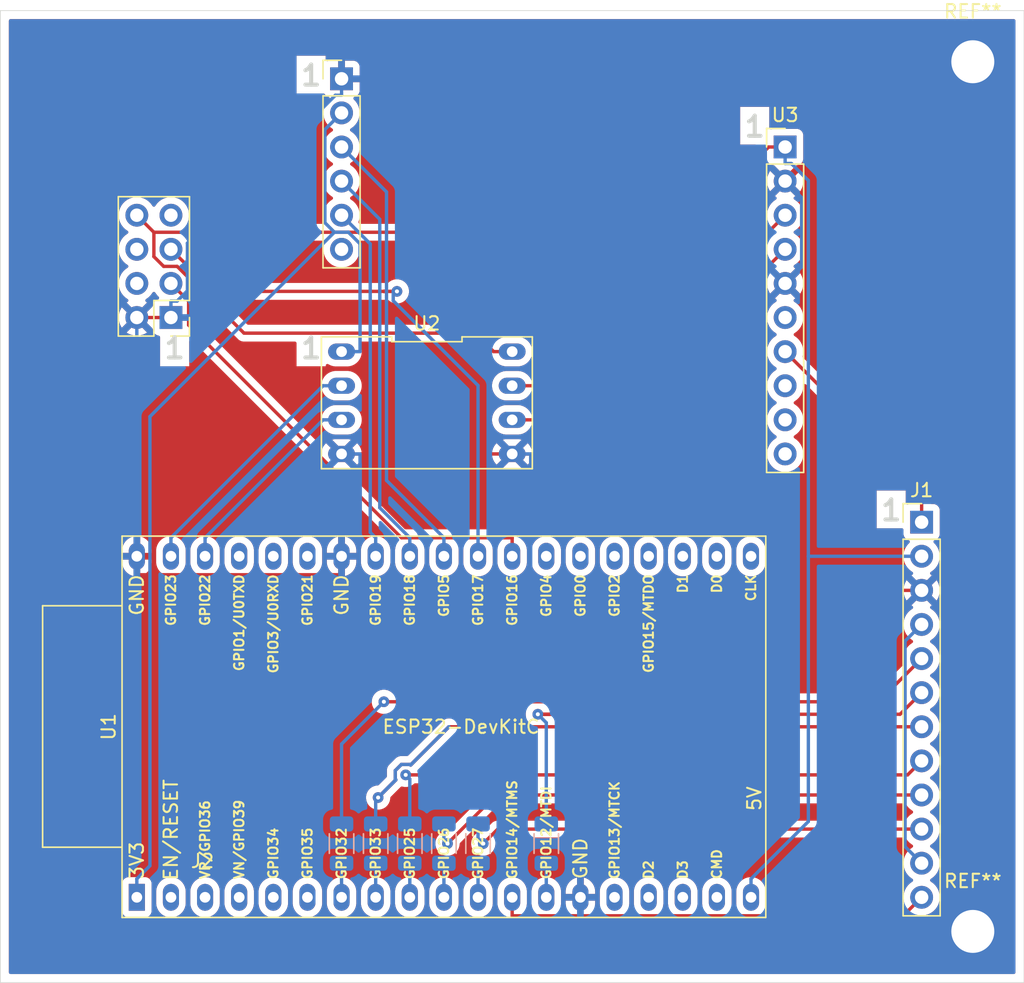
<source format=kicad_pcb>
(kicad_pcb (version 20241229) (generator "pcbnew") (generator_version "9.0")
  (layers (0 "F.Cu" signal) (2 "B.Cu" signal) (13 "F.Paste" user) (15 "B.Paste" user) (5 "F.SilkS" user "F.Silkscreen") (7 "B.SilkS" user "B.Silkscreen") (1 "F.Mask" user) (3 "B.Mask" user) (25 "Edge.Cuts" user))
  (net 0 "")
  (net 1 "GND")
  (net 2 "FAN230V_SLOW")
  (net 3 "HEATER")
  (net 4 "NC")
  (net 5 "MOTOR230V")
  (net 6 "VCC")
  (net 7 "LAMP230V")
  (net 8 "DOOR")
  (net 9 "INT_TEMPSENSOR")
  (net 10 "FAN230V")
  (net 11 "FAN12V")
  (net 12 "TX2")
  (net 13 "RX2")
  (net 14 "CS")
  (net 16 "SCK")
  (net 17 "SO")
  (net 18 "Net-(U1-32K_XP{slash}GPIO32{slash}ADC1_CH4)")
  (net 19 "Net-(U1-32K_XN{slash}GPIO33{slash}ADC1_CH5)")
  (net 20 "Net-(U1-MTDI{slash}GPIO12{slash}ADC2_CH5)")
  (net 21 "Net-(U1-DAC_1{slash}ADC2_CH8{slash}GPIO25)")
  (net 22 "Net-(U1-DAC_2{slash}ADC2_CH9{slash}GPIO26)")
  (net 23 "Net-(U1-ADC2_CH7{slash}GPIO27)")
  (net 45 "SDA_H")
  (net 46 "SCL_H")
  (net 47 "SDA_L")
  (net 48 "SCL_L")
  (net 49 "VDD")
  (footprint "Connector_PinHeader_2.54mm:PinHeader_1x06_P2.54mm_Vertical" (layer "F.Cu") (at 101.6 66.04)
    (property "Reference" "J3" (hide yes))
    (property "Value" "MAX6675")
    (fp_line (start -1.38 -1.38) (end 0 -1.38) (stroke (width 0.12)) (layer "F.SilkS"))
    (fp_line (start -1.38 0) (end -1.38 -1.38) (stroke (width 0.12)) (layer "F.SilkS"))
    (fp_line (start -1.38 1.27) (end -1.38 14.08) (stroke (width 0.12)) (layer "F.SilkS"))
    (fp_line (start -1.38 1.27) (end 1.38 1.27) (stroke (width 0.12)) (layer "F.SilkS"))
    (fp_line (start -1.38 14.08) (end 1.38 14.08) (stroke (width 0.12)) (layer "F.SilkS"))
    (fp_line (start 1.38 1.27) (end 1.38 14.08) (stroke (width 0.12)) (layer "F.SilkS"))
    (pad "1" thru_hole rect (at 0 0) (size 1.7 1.7) (drill 1) (layers "*.Cu" "*.Mask") (net 1 "GND"))
    (pad "2" thru_hole circle (at 0 2.54) (size 1.7 1.7) (drill 1) (layers "*.Cu" "*.Mask") (net 49 "VDD"))
    (pad "3" thru_hole circle (at 0 5.08) (size 1.7 1.7) (drill 1) (layers "*.Cu" "*.Mask") (net 14 "CS"))
    (pad "4" thru_hole circle (at 0 7.62) (size 1.7 1.7) (drill 1) (layers "*.Cu" "*.Mask") (net 16 "SCK"))
    (pad "5" thru_hole circle (at 0 10.16) (size 1.7 1.7) (drill 1) (layers "*.Cu" "*.Mask") (net 17 "SO"))
    (pad "6" thru_hole circle (at 0 12.7) (size 1.7 1.7) (drill 1) (layers "*.Cu" "*.Mask"))
  )
  (footprint "Connector_PinHeader_2.54mm:PinHeader_2x04_P2.54mm_Vertical" (layer "F.Cu") (at 88.9 83.82 180)
    (property "Reference" "J2" (at -2.3475 -40.48 0) (layer "F.SilkS"))
    (property "Value" "Conn_ESP32-S3")
    (fp_line (start 3.92 -1.38) (end 3.92 9) (stroke (width 0.12)) (layer "F.SilkS"))
    (fp_line (start 1.27 1.27) (end 1.27 -1.38) (stroke (width 0.12)) (layer "F.SilkS"))
    (fp_line (start 1.27 -1.38) (end 3.92 -1.38) (stroke (width 0.12)) (layer "F.SilkS"))
    (fp_line (start -1.38 9) (end 3.92 9) (stroke (width 0.12)) (layer "F.SilkS"))
    (fp_line (start -1.38 1.27) (end 1.27 1.27) (stroke (width 0.12)) (layer "F.SilkS"))
    (fp_line (start -1.38 1.27) (end -1.38 9) (stroke (width 0.12)) (layer "F.SilkS"))
    (fp_line (start -1.38 0) (end -1.38 -1.38) (stroke (width 0.12)) (layer "F.SilkS"))
    (fp_line (start -1.38 -1.38) (end 0 -1.38) (stroke (width 0.12)) (layer "F.SilkS"))
    (pad "1" thru_hole rect (at 0 0 180) (size 1.7 1.7) (drill 1) (layers "*.Cu" "*.Mask") (net 1 "GND"))
    (pad "2" thru_hole circle (at 2.54 0 180) (size 1.7 1.7) (drill 1) (layers "*.Cu" "*.Mask") (net 1 "GND"))
    (pad "3" thru_hole circle (at 0 2.54 180) (size 1.7 1.7) (drill 1) (layers "*.Cu" "*.Mask") (net 13 "RX2"))
    (pad "4" thru_hole circle (at 2.54 2.54 180) (size 1.7 1.7) (drill 1) (layers "*.Cu" "*.Mask"))
    (pad "5" thru_hole circle (at 0 5.08 180) (size 1.7 1.7) (drill 1) (layers "*.Cu" "*.Mask") (net 12 "TX2"))
    (pad "6" thru_hole circle (at 2.54 5.08 180) (size 1.7 1.7) (drill 1) (layers "*.Cu" "*.Mask"))
    (pad "7" thru_hole circle (at 0 7.62 180) (size 1.7 1.7) (drill 1) (layers "*.Cu" "*.Mask"))
    (pad "8" thru_hole circle (at 2.54 7.62 180) (size 1.7 1.7) (drill 1) (layers "*.Cu" "*.Mask") (net 6 "VCC"))
  )
  (footprint "MountingHole:MountingHole_3.2mm_M3_DIN965_Pad" (layer "F.Cu") (at 148.59 129.54)
    (property "Reference" "REF**" (at 0 -3.75 0) (layer "F.SilkS"))
    (property "Value" "M3_3.2mm")
    (pad "1" thru_hole circle (at 0 0) (size 5.6 5.6) (drill 3.2) (layers "*.Cu" "*.Mask") (net 1 "GND"))
  )
  (footprint "PCM_Espressif:ESP32-DevKitC" (layer "F.Cu") (at 86.36 127 90)
    (property "Reference" "U1" (at 12.7 -2.1 90) (layer "F.SilkS"))
    (property "Value" "ESP32-DevKitC" (at 12.7 24.13 0) (layer "F.SilkS"))
    (fp_line (start 21.71332 -7.01312) (end 21.71332 -1.12032) (stroke (width 0.12)) (layer "F.SilkS"))
    (fp_line (start 3.73012 -7.01312) (end 21.71332 -7.01312) (stroke (width 0.12)) (layer "F.SilkS"))
    (fp_line (start 3.73012 -1.12032) (end 3.73012 -7.01312) (stroke (width 0.12)) (layer "F.SilkS"))
    (fp_line (start 26.9 -1.1) (end -1.499999 -1.1) (stroke (width 0.12)) (layer "F.SilkS"))
    (fp_line (start -1.499999 -1.1) (end -1.5 46.82) (stroke (width 0.12)) (layer "F.SilkS"))
    (fp_line (start 26.899999 46.82) (end 26.9 -1.1) (stroke (width 0.12)) (layer "F.SilkS"))
    (fp_line (start -1.5 46.82) (end 26.899999 46.82) (stroke (width 0.12)) (layer "F.SilkS"))
    (fp_text user "GPIO18" (at 24.13 20.32 90) (layer "F.SilkS") (effects (font (size 0.7 0.7)) (justify right)))
    (fp_text user "GPIO22" (at 24.13 5.08 90) (layer "F.SilkS") (effects (font (size 0.7 0.7)) (justify right)))
    (fp_text user "GPIO12/MTDI" (at 1.27 30.48 90) (layer "F.SilkS") (effects (font (size 0.7 0.7)) (justify left)))
    (fp_text user "GPIO5" (at 24.13 22.86 90) (layer "F.SilkS") (effects (font (size 0.7 0.7)) (justify right)))
    (fp_text user "D2" (at 1.27 38.1 90) (layer "F.SilkS") (effects (font (size 0.7 0.7)) (justify left)))
    (fp_text user "3V3" (at 1.27 0 90) (layer "F.SilkS") (effects (justify left)))
    (fp_text user "GPIO35" (at 1.27 12.7 90) (layer "F.SilkS") (effects (font (size 0.7 0.7)) (justify left)))
    (fp_text user "GPIO25" (at 1.27 20.32 90) (layer "F.SilkS") (effects (font (size 0.7 0.7)) (justify left)))
    (fp_text user "GND" (at 24.13 0 90) (layer "F.SilkS") (effects (justify right)))
    (fp_text user "CMD" (at 1.27 43.18 90) (layer "F.SilkS") (effects (font (size 0.7 0.7)) (justify left)))
    (fp_text user "VP/GPIO36" (at 1.27 5.08 90) (layer "F.SilkS") (effects (font (size 0.7 0.7)) (justify left)))
    (fp_text user "D1" (at 24.13 40.64 90) (layer "F.SilkS") (effects (font (size 0.7 0.7)) (justify right)))
    (fp_text user "GPIO4" (at 24.13 30.48 90) (layer "F.SilkS") (effects (font (size 0.7 0.7)) (justify right)))
    (fp_text user "GPIO2" (at 24.13 35.56 90) (layer "F.SilkS") (effects (font (size 0.7 0.7)) (justify right)))
    (fp_text user "GPIO21" (at 24.13 12.7 90) (layer "F.SilkS") (effects (font (size 0.7 0.7)) (justify right)))
    (fp_text user "GPIO14/MTMS" (at 1.27 27.94 90) (layer "F.SilkS") (effects (font (size 0.7 0.7)) (justify left)))
    (fp_text user "GPIO13/MTCK" (at 1.27 35.56 90) (layer "F.SilkS") (effects (font (size 0.7 0.7)) (justify left)))
    (fp_text user "CLK" (at 24.13 45.72 90) (layer "F.SilkS") (effects (font (size 0.7 0.7)) (justify right)))
    (fp_text user "GPIO1/U0TXD" (at 24.13 7.62 90) (layer "F.SilkS") (effects (font (size 0.7 0.7)) (justify right)))
    (fp_text user "D3" (at 1.27 40.64 90) (layer "F.SilkS") (effects (font (size 0.7 0.7)) (justify left)))
    (fp_text user "GPIO16" (at 24.13 27.94 90) (layer "F.SilkS") (effects (font (size 0.7 0.7)) (justify right)))
    (fp_text user "GND" (at 1.27 33.02 90) (layer "F.SilkS") (effects (justify left)))
    (fp_text user "EN/RESET" (at 8.88632 2.53728 90) (layer "F.SilkS") (effects (justify right)))
    (fp_text user "GND" (at 24.13 15.24 90) (layer "F.SilkS") (effects (justify right)))
    (fp_text user "GPIO3/U0RXD" (at 24.13 10.16 90) (layer "F.SilkS") (effects (font (size 0.7 0.7)) (justify right)))
    (fp_text user "D0" (at 24.13 43.18 90) (layer "F.SilkS") (effects (font (size 0.7 0.7)) (justify right)))
    (fp_text user "GPIO33" (at 1.27 17.78 90) (layer "F.SilkS") (effects (font (size 0.7 0.7)) (justify left)))
    (fp_text user "GPIO32" (at 1.27 15.24 90) (layer "F.SilkS") (effects (font (size 0.7 0.7)) (justify left)))
    (fp_text user "GPIO15/MTDO" (at 24.13 38.1 90) (layer "F.SilkS") (effects (font (size 0.7 0.7)) (justify right)))
    (fp_text user "VN/GPIO39" (at 1.27 7.62 90) (layer "F.SilkS") (effects (font (size 0.7 0.7)) (justify left)))
    (fp_text user "GPIO34" (at 1.27 10.16 90) (layer "F.SilkS") (effects (font (size 0.7 0.7)) (justify left)))
    (fp_text user "GPIO17" (at 24.13 25.4 90) (layer "F.SilkS") (effects (font (size 0.7 0.7)) (justify right)))
    (fp_text user "GPIO26" (at 1.27 22.86 90) (layer "F.SilkS") (effects (font (size 0.7 0.7)) (justify left)))
    (fp_text user "5V" (at 6.34632 45.97128 90) (layer "F.SilkS") (effects (justify left)))
    (fp_text user "GPIO0" (at 24.13 33.02 90) (layer "F.SilkS") (effects (font (size 0.7 0.7)) (justify right)))
    (fp_text user "GPIO19" (at 24.13 17.78 90) (layer "F.SilkS") (effects (font (size 0.7 0.7)) (justify right)))
    (fp_text user "GPIO23" (at 24.13 2.54 90) (layer "F.SilkS") (effects (font (size 0.7 0.7)) (justify right)))
    (fp_text user "GPIO27" (at 1.27 25.4 90) (layer "F.SilkS") (effects (font (size 0.7 0.7)) (justify left)))
    (pad "1" thru_hole rect (at 0 0) (size 1.2 2) (drill 0.8) (layers "*.Cu" "*.Mask") (net 49 "VDD"))
    (pad "2" thru_hole oval (at 0 2.54) (size 1.2 2) (drill 0.8) (layers "*.Cu" "*.Mask"))
    (pad "3" thru_hole oval (at 0 5.08) (size 1.2 2) (drill 0.8) (layers "*.Cu" "*.Mask"))
    (pad "4" thru_hole oval (at 0 7.62) (size 1.2 2) (drill 0.8) (layers "*.Cu" "*.Mask"))
    (pad "5" thru_hole oval (at 0 10.16) (size 1.2 2) (drill 0.8) (layers "*.Cu" "*.Mask"))
    (pad "6" thru_hole oval (at 0 12.7) (size 1.2 2) (drill 0.8) (layers "*.Cu" "*.Mask"))
    (pad "7" thru_hole oval (at 0 15.24) (size 1.2 2) (drill 0.8) (layers "*.Cu" "*.Mask") (net 18 "Net-(U1-32K_XP{slash}GPIO32{slash}ADC1_CH4)"))
    (pad "8" thru_hole oval (at 0 17.78) (size 1.2 2) (drill 0.8) (layers "*.Cu" "*.Mask") (net 19 "Net-(U1-32K_XN{slash}GPIO33{slash}ADC1_CH5)"))
    (pad "9" thru_hole oval (at 0 20.32) (size 1.2 2) (drill 0.8) (layers "*.Cu" "*.Mask") (net 21 "Net-(U1-DAC_1{slash}ADC2_CH8{slash}GPIO25)"))
    (pad "10" thru_hole oval (at 0 22.86) (size 1.2 2) (drill 0.8) (layers "*.Cu" "*.Mask") (net 22 "Net-(U1-DAC_2{slash}ADC2_CH9{slash}GPIO26)"))
    (pad "11" thru_hole oval (at 0 25.4) (size 1.2 2) (drill 0.8) (layers "*.Cu" "*.Mask") (net 23 "Net-(U1-ADC2_CH7{slash}GPIO27)"))
    (pad "12" thru_hole oval (at 0 27.94) (size 1.2 2) (drill 0.8) (layers "*.Cu" "*.Mask") (net 8 "DOOR"))
    (pad "13" thru_hole oval (at 0 30.48) (size 1.2 2) (drill 0.8) (layers "*.Cu" "*.Mask") (net 20 "Net-(U1-MTDI{slash}GPIO12{slash}ADC2_CH5)"))
    (pad "14" thru_hole oval (at 0 33.02) (size 1.2 2) (drill 0.8) (layers "*.Cu" "*.Mask") (net 1 "GND"))
    (pad "15" thru_hole oval (at 0 35.56) (size 1.2 2) (drill 0.8) (layers "*.Cu" "*.Mask"))
    (pad "16" thru_hole oval (at 0 38.1) (size 1.2 2) (drill 0.8) (layers "*.Cu" "*.Mask"))
    (pad "17" thru_hole oval (at 0 40.64) (size 1.2 2) (drill 0.8) (layers "*.Cu" "*.Mask"))
    (pad "18" thru_hole oval (at 0 43.18) (size 1.2 2) (drill 0.8) (layers "*.Cu" "*.Mask"))
    (pad "19" thru_hole oval (at 0 45.72) (size 1.2 2) (drill 0.8) (layers "*.Cu" "*.Mask") (net 6 "VCC"))
    (pad "20" thru_hole oval (at 25.39632 45.71728) (size 1.2 2) (drill 0.8) (layers "*.Cu" "*.Mask"))
    (pad "21" thru_hole oval (at 25.39632 43.17728) (size 1.2 2) (drill 0.8) (layers "*.Cu" "*.Mask"))
    (pad "22" thru_hole oval (at 25.4 40.64) (size 1.2 2) (drill 0.8) (layers "*.Cu" "*.Mask"))
    (pad "23" thru_hole oval (at 25.4 38.1) (size 1.2 2) (drill 0.8) (layers "*.Cu" "*.Mask"))
    (pad "24" thru_hole oval (at 25.4 35.56) (size 1.2 2) (drill 0.8) (layers "*.Cu" "*.Mask"))
    (pad "25" thru_hole oval (at 25.4 33.02) (size 1.2 2) (drill 0.8) (layers "*.Cu" "*.Mask"))
    (pad "26" thru_hole oval (at 25.4 30.48) (size 1.2 2) (drill 0.8) (layers "*.Cu" "*.Mask"))
    (pad "27" thru_hole oval (at 25.4 27.94) (size 1.2 2) (drill 0.8) (layers "*.Cu" "*.Mask") (net 13 "RX2"))
    (pad "28" thru_hole oval (at 25.4 25.4) (size 1.2 2) (drill 0.8) (layers "*.Cu" "*.Mask") (net 12 "TX2"))
    (pad "29" thru_hole oval (at 25.4 22.86) (size 1.2 2) (drill 0.8) (layers "*.Cu" "*.Mask") (net 14 "CS"))
    (pad "30" thru_hole oval (at 25.4 20.32) (size 1.2 2) (drill 0.8) (layers "*.Cu" "*.Mask") (net 16 "SCK"))
    (pad "31" thru_hole oval (at 25.4 17.78) (size 1.2 2) (drill 0.8) (layers "*.Cu" "*.Mask") (net 17 "SO"))
    (pad "32" thru_hole oval (at 25.4 15.24) (size 1.2 2) (drill 0.8) (layers "*.Cu" "*.Mask") (net 1 "GND"))
    (pad "33" thru_hole oval (at 25.4 12.7) (size 1.2 2) (drill 0.8) (layers "*.Cu" "*.Mask"))
    (pad "34" thru_hole oval (at 25.4 10.16) (size 1.2 2) (drill 0.8) (layers "*.Cu" "*.Mask"))
    (pad "35" thru_hole oval (at 25.4 7.62) (size 1.2 2) (drill 0.8) (layers "*.Cu" "*.Mask"))
    (pad "36" thru_hole oval (at 25.4 5.08) (size 1.2 2) (drill 0.8) (layers "*.Cu" "*.Mask") (net 47 "SDA_L"))
    (pad "37" thru_hole oval (at 25.4 2.54) (size 1.2 2) (drill 0.8) (layers "*.Cu" "*.Mask") (net 48 "SCL_L"))
    (pad "38" thru_hole oval (at 25.4 0) (size 1.2 2) (drill 0.8) (layers "*.Cu" "*.Mask") (net 1 "GND"))
  )
  (footprint "Connector_Pin:LevelShifter_8pin_12.7mm" (layer "F.Cu") (at 107.95 90.17 -90)
    (property "Reference" "U2" (at -5.91 0 0) (layer "F.SilkS"))
    (property "Value" "~")
    (fp_line (start -4.91 7.85) (end 4.909999 7.85) (stroke (width 0.12)) (layer "F.SilkS"))
    (fp_line (start 4.909999 7.85) (end 4.91 -7.85) (stroke (width 0.12)) (layer "F.SilkS"))
    (fp_line (start -4.91 2.616666) (end -4.91 7.85) (stroke (width 0.12)) (layer "F.SilkS"))
    (fp_line (start -4.55 2.616666) (end -4.91 2.616666) (stroke (width 0.12)) (layer "F.SilkS"))
    (fp_line (start -4.91 -2.616666) (end -4.55 -2.616666) (stroke (width 0.12)) (layer "F.SilkS"))
    (fp_line (start -4.55 -2.616666) (end -4.55 2.616666) (stroke (width 0.12)) (layer "F.SilkS"))
    (fp_line (start -4.909999 -7.85) (end -4.91 -2.616666) (stroke (width 0.12)) (layer "F.SilkS"))
    (fp_line (start 4.91 -7.85) (end -4.909999 -7.85) (stroke (width 0.12)) (layer "F.SilkS"))
    (pad "1" thru_hole oval (at -3.81 6.35 270) (size 1.2 2) (drill 0.8) (layers "*.Cu" "*.Mask") (net 49 "VDD"))
    (pad "2" thru_hole oval (at -1.27 6.35 270) (size 1.2 2) (drill 0.8) (layers "*.Cu" "*.Mask") (net 48 "SCL_L"))
    (pad "3" thru_hole oval (at 1.27 6.35 270) (size 1.2 2) (drill 0.8) (layers "*.Cu" "*.Mask") (net 47 "SDA_L"))
    (pad "4" thru_hole oval (at 3.81 6.35 270) (size 1.2 2) (drill 0.8) (layers "*.Cu" "*.Mask") (net 1 "GND"))
    (pad "5" thru_hole oval (at 3.81 -6.35 270) (size 1.2 2) (drill 0.8) (layers "*.Cu" "*.Mask") (net 1 "GND"))
    (pad "6" thru_hole oval (at 1.27 -6.35 270) (size 1.2 2) (drill 0.8) (layers "*.Cu" "*.Mask") (net 45 "SDA_H"))
    (pad "7" thru_hole oval (at -1.27 -6.35 270) (size 1.2 2) (drill 0.8) (layers "*.Cu" "*.Mask") (net 46 "SCL_H"))
    (pad "8" thru_hole oval (at -3.81 -6.35 270) (size 1.2 2) (drill 0.8) (layers "*.Cu" "*.Mask") (net 6 "VCC"))
  )
  (footprint "Connector_PinHeader_2.54mm:PinHeader_1x10_P2.54mm_Vertical" (layer "F.Cu") (at 134.62 71.12)
    (property "Reference" "U3" (at 0 -2.38 0) (layer "F.SilkS"))
    (property "Value" "ADC1115_Shield")
    (fp_line (start -1.38 -1.38) (end 0 -1.38) (stroke (width 0.12)) (layer "F.SilkS"))
    (fp_line (start -1.38 0) (end -1.38 -1.38) (stroke (width 0.12)) (layer "F.SilkS"))
    (fp_line (start -1.38 1.27) (end -1.38 24.24) (stroke (width 0.12)) (layer "F.SilkS"))
    (fp_line (start -1.38 1.27) (end 1.38 1.27) (stroke (width 0.12)) (layer "F.SilkS"))
    (fp_line (start -1.38 24.24) (end 1.38 24.24) (stroke (width 0.12)) (layer "F.SilkS"))
    (fp_line (start 1.38 1.27) (end 1.38 24.24) (stroke (width 0.12)) (layer "F.SilkS"))
    (pad "1" thru_hole rect (at 0 0) (size 1.7 1.7) (drill 1) (layers "*.Cu" "*.Mask") (net 6 "VCC"))
    (pad "2" thru_hole circle (at 0 2.54) (size 1.7 1.7) (drill 1) (layers "*.Cu" "*.Mask") (net 1 "GND"))
    (pad "3" thru_hole circle (at 0 5.08) (size 1.7 1.7) (drill 1) (layers "*.Cu" "*.Mask") (net 46 "SCL_H"))
    (pad "4" thru_hole circle (at 0 7.62) (size 1.7 1.7) (drill 1) (layers "*.Cu" "*.Mask") (net 45 "SDA_H"))
    (pad "5" thru_hole circle (at 0 10.16) (size 1.7 1.7) (drill 1) (layers "*.Cu" "*.Mask") (net 1 "GND"))
    (pad "6" thru_hole circle (at 0 12.7) (size 1.7 1.7) (drill 1) (layers "*.Cu" "*.Mask"))
    (pad "7" thru_hole circle (at 0 15.24) (size 1.7 1.7) (drill 1) (layers "*.Cu" "*.Mask") (net 9 "INT_TEMPSENSOR"))
    (pad "8" thru_hole circle (at 0 17.78) (size 1.7 1.7) (drill 1) (layers "*.Cu" "*.Mask"))
    (pad "9" thru_hole circle (at 0 20.32) (size 1.7 1.7) (drill 1) (layers "*.Cu" "*.Mask"))
    (pad "10" thru_hole circle (at 0 22.86) (size 1.7 1.7) (drill 1) (layers "*.Cu" "*.Mask"))
  )
  (footprint "MountingHole:MountingHole_3.2mm_M3_DIN965_Pad" (layer "F.Cu") (at 148.59 64.77)
    (property "Reference" "REF**" (at 0 -3.75 0) (layer "F.SilkS"))
    (property "Value" "M3_3.2mm")
    (pad "1" thru_hole circle (at 0 0) (size 5.6 5.6) (drill 3.2) (layers "*.Cu" "*.Mask") (net 1 "GND"))
  )
  (footprint "Connector_PinHeader_2.54mm:PinHeader_1x12_P2.54mm_Vertical" (layer "F.Cu") (at 144.78 99.06)
    (property "Reference" "J1" (at 0 -2.38 0) (layer "F.SilkS"))
    (property "Value" "Board-Connector 12Pin")
    (fp_line (start -1.38 -1.38) (end 0 -1.38) (stroke (width 0.12)) (layer "F.SilkS"))
    (fp_line (start -1.38 0) (end -1.38 -1.38) (stroke (width 0.12)) (layer "F.SilkS"))
    (fp_line (start -1.38 1.27) (end -1.38 29.32) (stroke (width 0.12)) (layer "F.SilkS"))
    (fp_line (start -1.38 1.27) (end 1.38 1.27) (stroke (width 0.12)) (layer "F.SilkS"))
    (fp_line (start -1.38 29.32) (end 1.38 29.32) (stroke (width 0.12)) (layer "F.SilkS"))
    (fp_line (start 1.38 1.27) (end 1.38 29.32) (stroke (width 0.12)) (layer "F.SilkS"))
    (pad "1" thru_hole rect (at 0 0) (size 1.7 1.7) (drill 1) (layers "*.Cu" "*.Mask") (net 9 "INT_TEMPSENSOR"))
    (pad "2" thru_hole circle (at 0 2.54) (size 1.7 1.7) (drill 1) (layers "*.Cu" "*.Mask") (net 6 "VCC"))
    (pad "3" thru_hole circle (at 0 5.08) (size 1.7 1.7) (drill 1) (layers "*.Cu" "*.Mask") (net 1 "GND"))
    (pad "4" thru_hole circle (at 0 7.62) (size 1.7 1.7) (drill 1) (layers "*.Cu" "*.Mask") (net 4 "NC"))
    (pad "5" thru_hole circle (at 0 10.16) (size 1.7 1.7) (drill 1) (layers "*.Cu" "*.Mask") (net 11 "FAN12V"))
    (pad "6" thru_hole circle (at 0 12.7) (size 1.7 1.7) (drill 1) (layers "*.Cu" "*.Mask") (net 3 "HEATER"))
    (pad "7" thru_hole circle (at 0 15.24) (size 1.7 1.7) (drill 1) (layers "*.Cu" "*.Mask") (net 10 "FAN230V"))
    (pad "8" thru_hole circle (at 0 17.78) (size 1.7 1.7) (drill 1) (layers "*.Cu" "*.Mask") (net 7 "LAMP230V"))
    (pad "9" thru_hole circle (at 0 20.32) (size 1.7 1.7) (drill 1) (layers "*.Cu" "*.Mask") (net 5 "MOTOR230V"))
    (pad "10" thru_hole circle (at 0 22.86) (size 1.7 1.7) (drill 1) (layers "*.Cu" "*.Mask") (net 2 "FAN230V_SLOW"))
    (pad "11" thru_hole circle (at 0 25.4) (size 1.7 1.7) (drill 1) (layers "*.Cu" "*.Mask") (net 4 "NC"))
    (pad "12" thru_hole circle (at 0 27.94) (size 1.7 1.7) (drill 1) (layers "*.Cu" "*.Mask") (net 8 "DOOR"))
  )
  (footprint "Resistor_SMD:R_1206_3216Metric" (layer "B.Cu") (at 116.84 122.9975 -90)
    (property "Reference" "R3" (hide yes))
    (property "Value" "220" (hide yes))
    (fp_line (start -0.727064 0.91) (end 0.727064 0.91) (stroke (width 0.12)) (layer "B.SilkS"))
    (fp_line (start -0.727064 -0.91) (end 0.727064 -0.91) (stroke (width 0.12)) (layer "B.SilkS"))
    (pad "1" smd roundrect (at -1.4625 0 270) (size 1.125 1.75) (layers "B.Cu" "B.Mask" "B.Paste") (roundrect_rratio 0.222222) (net 3 "HEATER"))
    (pad "2" smd roundrect (at 1.4625 0 270) (size 1.125 1.75) (layers "B.Cu" "B.Mask" "B.Paste") (roundrect_rratio 0.222222) (net 20 "Net-(U1-MTDI{slash}GPIO12{slash}ADC2_CH5)"))
  )
  (footprint "Resistor_SMD:R_1206_3216Metric" (layer "B.Cu") (at 101.6 122.9975 -90)
    (property "Reference" "R1" (hide yes))
    (property "Value" "220" (hide yes))
    (fp_line (start -0.727064 0.91) (end 0.727064 0.91) (stroke (width 0.12)) (layer "B.SilkS"))
    (fp_line (start -0.727064 -0.91) (end 0.727064 -0.91) (stroke (width 0.12)) (layer "B.SilkS"))
    (pad "1" smd roundrect (at -1.4625 0 270) (size 1.125 1.75) (layers "B.Cu" "B.Mask" "B.Paste") (roundrect_rratio 0.222222) (net 11 "FAN12V"))
    (pad "2" smd roundrect (at 1.4625 0 270) (size 1.125 1.75) (layers "B.Cu" "B.Mask" "B.Paste") (roundrect_rratio 0.222222) (net 18 "Net-(U1-32K_XP{slash}GPIO32{slash}ADC1_CH4)"))
  )
  (footprint "Resistor_SMD:R_1206_3216Metric" (layer "B.Cu") (at 104.14 122.9975 -90)
    (property "Reference" "R2" (hide yes))
    (property "Value" "220" (hide yes))
    (fp_line (start -0.727064 0.91) (end 0.727064 0.91) (stroke (width 0.12)) (layer "B.SilkS"))
    (fp_line (start -0.727064 -0.91) (end 0.727064 -0.91) (stroke (width 0.12)) (layer "B.SilkS"))
    (pad "1" smd roundrect (at -1.4625 0 270) (size 1.125 1.75) (layers "B.Cu" "B.Mask" "B.Paste") (roundrect_rratio 0.222222) (net 10 "FAN230V"))
    (pad "2" smd roundrect (at 1.4625 0 270) (size 1.125 1.75) (layers "B.Cu" "B.Mask" "B.Paste") (roundrect_rratio 0.222222) (net 19 "Net-(U1-32K_XN{slash}GPIO33{slash}ADC1_CH5)"))
  )
  (footprint "Resistor_SMD:R_1206_3216Metric" (layer "B.Cu") (at 106.68 122.9975 90)
    (property "Reference" "R4" (hide yes))
    (property "Value" "220" (hide yes))
    (fp_line (start -0.727064 -0.91) (end 0.727064 -0.91) (stroke (width 0.12)) (layer "B.SilkS"))
    (fp_line (start -0.727064 0.91) (end 0.727064 0.91) (stroke (width 0.12)) (layer "B.SilkS"))
    (pad "1" smd roundrect (at -1.4625 0 90) (size 1.125 1.75) (layers "B.Cu" "B.Mask" "B.Paste") (roundrect_rratio 0.222222) (net 21 "Net-(U1-DAC_1{slash}ADC2_CH8{slash}GPIO25)"))
    (pad "2" smd roundrect (at 1.4625 0 90) (size 1.125 1.75) (layers "B.Cu" "B.Mask" "B.Paste") (roundrect_rratio 0.222222) (net 7 "LAMP230V"))
  )
  (footprint "Resistor_SMD:R_1206_3216Metric" (layer "B.Cu") (at 109.22 122.9975 90)
    (property "Reference" "R5" (hide yes))
    (property "Value" "220" (hide yes))
    (fp_line (start -0.727064 -0.91) (end 0.727064 -0.91) (stroke (width 0.12)) (layer "B.SilkS"))
    (fp_line (start -0.727064 0.91) (end 0.727064 0.91) (stroke (width 0.12)) (layer "B.SilkS"))
    (pad "1" smd roundrect (at -1.4625 0 90) (size 1.125 1.75) (layers "B.Cu" "B.Mask" "B.Paste") (roundrect_rratio 0.222222) (net 22 "Net-(U1-DAC_2{slash}ADC2_CH9{slash}GPIO26)"))
    (pad "2" smd roundrect (at 1.4625 0 90) (size 1.125 1.75) (layers "B.Cu" "B.Mask" "B.Paste") (roundrect_rratio 0.222222) (net 5 "MOTOR230V"))
  )
  (footprint "Resistor_SMD:R_1206_3216Metric" (layer "B.Cu") (at 111.76 122.9975 90)
    (property "Reference" "R6" (hide yes))
    (property "Value" "220" (hide yes))
    (fp_line (start -0.727064 -0.91) (end 0.727064 -0.91) (stroke (width 0.12)) (layer "B.SilkS"))
    (fp_line (start -0.727064 0.91) (end 0.727064 0.91) (stroke (width 0.12)) (layer "B.SilkS"))
    (pad "1" smd roundrect (at -1.4625 0 90) (size 1.125 1.75) (layers "B.Cu" "B.Mask" "B.Paste") (roundrect_rratio 0.222222) (net 23 "Net-(U1-ADC2_CH7{slash}GPIO27)"))
    (pad "2" smd roundrect (at 1.4625 0 90) (size 1.125 1.75) (layers "B.Cu" "B.Mask" "B.Paste") (roundrect_rratio 0.222222) (net 2 "FAN230V_SLOW"))
  )
  (gr_rect (start 76.2 60.96) (end 152.4 133.35) (stroke (width 0.05)) (fill no) (layer "Edge.Cuts"))
  (gr_text "1" (at 98.425 86.995 0) (layer "Edge.Cuts") (effects (font (size 1.5 1.5) (thickness 0.3) (bold yes)) (justify left bottom)))
  (gr_text "1" (at 98.425 66.675 0) (layer "Edge.Cuts") (effects (font (size 1.5 1.5) (thickness 0.3) (bold yes)) (justify left bottom)))
  (gr_text "1" (at 141.605 99.06 0) (layer "Edge.Cuts") (effects (font (size 1.5 1.5) (thickness 0.3) (bold yes)) (justify left bottom)))
  (gr_text "1" (at 131.445 70.485 0) (layer "Edge.Cuts") (effects (font (size 1.5 1.5) (thickness 0.3) (bold yes)) (justify left bottom)))
  (gr_text "1" (at 88.265 86.995 0) (layer "Edge.Cuts") (effects (font (size 1.5 1.5) (thickness 0.3) (bold yes)) (justify left bottom)))
  (segment (start 114.3 93.98) (end 101.6 93.98) (width 0.25) (layer "F.Cu") (net 1))
  (segment (start 86.36 101.6) (end 86.36 102.977) (width 0.25) (layer "F.Cu") (net 1))
  (segment (start 134.62 81.28) (end 121.92 93.98) (width 0.25) (layer "F.Cu") (net 1))
  (segment (start 101.6 102.977) (end 102.763 104.14) (width 0.25) (layer "F.Cu") (net 1))
  (segment (start 86.36 102.977) (end 101.6 102.977) (width 0.25) (layer "F.Cu") (net 1))
  (segment (start 101.6 101.6) (end 101.6 102.853) (width 0.25) (layer "F.Cu") (net 1))
  (segment (start 101.6 102.853) (end 101.6 102.977) (width 0.25) (layer "F.Cu") (net 1))
  (segment (start 86.36 83.82) (end 88.9 83.82) (width 0.25) (layer "F.Cu") (net 1))
  (segment (start 102.763 104.14) (end 144.78 104.14) (width 0.25) (layer "F.Cu") (net 1))
  (segment (start 121.92 93.98) (end 114.3 93.98) (width 0.25) (layer "F.Cu") (net 1))
  (segment (start 134.62 81.28) (end 135.847 80.0533) (width 0.25) (layer "B.Cu") (net 1))
  (segment (start 101.6 93.98) (end 102.977 93.98) (width 0.25) (layer "B.Cu") (net 1))
  (segment (start 102.977 93.98) (end 102.977 98.8466) (width 0.25) (layer "B.Cu") (net 1))
  (segment (start 101.6 66.04) (end 101.6 67.2667) (width 0.25) (layer "B.Cu") (net 1))
  (segment (start 114.3 93.98) (end 115.677 93.98) (width 0.25) (layer "B.Cu") (net 1))
  (segment (start 90.1267 81.8267) (end 89.3601 82.5933) (width 0.25) (layer "B.Cu") (net 1))
  (segment (start 119.38 127) (end 119.38 108.321) (width 0.25) (layer "B.Cu") (net 1))
  (segment (start 102.977 98.8466) (end 101.6 100.223) (width 0.25) (layer "B.Cu") (net 1))
  (segment (start 101.14 67.2667) (end 90.1267 78.28) (width 0.25) (layer "B.Cu") (net 1))
  (segment (start 135.847 80.0533) (end 135.847 74.8867) (width 0.25) (layer "B.Cu") (net 1))
  (segment (start 135.847 74.8867) (end 134.62 73.66) (width 0.25) (layer "B.Cu") (net 1))
  (segment (start 89.3601 82.5933) (end 88.9 82.5933) (width 0.25) (layer "B.Cu") (net 1))
  (segment (start 90.1267 78.28) (end 90.1267 81.8267) (width 0.25) (layer "B.Cu") (net 1))
  (segment (start 101.6 101.6) (end 101.6 100.223) (width 0.25) (layer "B.Cu") (net 1))
  (segment (start 119.38 108.321) (end 115.677 104.618) (width 0.25) (layer "B.Cu") (net 1))
  (segment (start 88.9 82.5933) (end 88.9 83.82) (width 0.25) (layer "B.Cu") (net 1))
  (segment (start 115.677 104.618) (end 115.677 93.98) (width 0.25) (layer "B.Cu") (net 1))
  (segment (start 86.36 83.82) (end 86.36 101.6) (width 0.25) (layer "B.Cu") (net 1))
  (segment (start 101.6 67.2667) (end 101.14 67.2667) (width 0.25) (layer "B.Cu") (net 1))
  (segment (start 112.15 122.998) (end 112.386 122.762) (width 0.25) (layer "F.Cu") (net 2))
  (segment (start 113.228 121.92) (end 112.386 122.762) (width 0.25) (layer "F.Cu") (net 2))
  (segment (start 144.78 121.92) (end 113.228 121.92) (width 0.25) (layer "F.Cu") (net 2))
  (segment (start 112.386 122.762) (end 112.15 122.998) (width 0.25) (layer "F.Cu") (net 2))
  (segment (start 112.386 122.762) (end 112.15 122.998) (width 0.25) (layer "F.Cu") (net 2))
  (via (at 112.15 122.998) (size 0.8) (drill 0.3) (layers "F.Cu" "B.Cu") (net 2))
  (segment (start 112.15 122.998) (end 111.76 122.607) (width 0.25) (layer "B.Cu") (net 2))
  (segment (start 111.76 122.607) (end 111.76 121.535) (width 0.25) (layer "B.Cu") (net 2))
  (segment (start 116.21 113.368) (end 117.101 113.368) (width 0.25) (layer "F.Cu") (net 3))
  (segment (start 143.172 113.368) (end 117.101 113.368) (width 0.25) (layer "F.Cu") (net 3))
  (segment (start 144.78 111.76) (end 143.172 113.368) (width 0.25) (layer "F.Cu") (net 3))
  (segment (start 117.101 113.368) (end 116.21 113.368) (width 0.25) (layer "F.Cu") (net 3))
  (segment (start 117.101 113.368) (end 116.21 113.368) (width 0.25) (layer "F.Cu") (net 3))
  (via (at 116.21 113.368) (size 0.8) (drill 0.3) (layers "F.Cu" "B.Cu") (net 3))
  (segment (start 116.21 113.368) (end 116.84 113.998) (width 0.25) (layer "B.Cu") (net 3))
  (segment (start 116.84 113.998) (end 116.84 121.535) (width 0.25) (layer "B.Cu") (net 3))
  (segment (start 143.547 107.913) (end 144.78 106.68) (width 0.25) (layer "B.Cu") (net 4))
  (segment (start 144.78 124.46) (end 143.547 123.227) (width 0.25) (layer "B.Cu") (net 4))
  (segment (start 143.547 123.227) (end 143.547 107.913) (width 0.25) (layer "B.Cu") (net 4))
  (segment (start 144.78 119.38) (end 113.103 119.38) (width 0.25) (layer "F.Cu") (net 5))
  (segment (start 113.103 119.38) (end 109.486 122.998) (width 0.25) (layer "F.Cu") (net 5))
  (via (at 109.486 122.998) (size 0.8) (drill 0.3) (layers "F.Cu" "B.Cu") (net 5))
  (segment (start 109.22 122.732) (end 109.22 121.535) (width 0.25) (layer "B.Cu") (net 5))
  (segment (start 109.725 122.758) (end 109.486 122.998) (width 0.25) (layer "B.Cu") (net 5))
  (segment (start 109.486 122.998) (end 109.22 122.732) (width 0.25) (layer "B.Cu") (net 5))
  (segment (start 109.486 122.998) (end 109.725 122.758) (width 0.25) (layer "B.Cu") (net 5))
  (segment (start 87.63 77.47) (end 86.36 76.2) (width 0.25) (layer "F.Cu") (net 6))
  (segment (start 87.63 79.2848) (end 87.63 77.47) (width 0.25) (layer "F.Cu") (net 6))
  (segment (start 87.63 77.47) (end 127.043 77.47) (width 0.25) (layer "F.Cu") (net 6))
  (segment (start 89.3648 80.01) (end 88.3552 80.01) (width 0.25) (layer "F.Cu") (net 6))
  (segment (start 88.3552 80.01) (end 87.63 79.2848) (width 0.25) (layer "F.Cu") (net 6))
  (segment (start 111.547 84.9833) (end 94.3381 84.9833) (width 0.25) (layer "F.Cu") (net 6))
  (segment (start 112.923 86.36) (end 111.547 84.9833) (width 0.25) (layer "F.Cu") (net 6))
  (segment (start 94.3381 84.9833) (end 89.3648 80.01) (width 0.25) (layer "F.Cu") (net 6))
  (segment (start 114.3 86.36) (end 112.923 86.36) (width 0.25) (layer "F.Cu") (net 6))
  (segment (start 127.043 77.47) (end 133.393 71.12) (width 0.25) (layer "F.Cu") (net 6))
  (segment (start 134.62 71.12) (end 133.393 71.12) (width 0.25) (layer "F.Cu") (net 6))
  (segment (start 134.62 71.12) (end 134.62 72.3467) (width 0.25) (layer "B.Cu") (net 6))
  (segment (start 132.08 125.623) (end 136.348 121.355) (width 0.25) (layer "B.Cu") (net 6))
  (segment (start 144.78 101.6) (end 136.348 101.6) (width 0.25) (layer "B.Cu") (net 6))
  (segment (start 136.348 121.355) (end 136.348 101.6) (width 0.25) (layer "B.Cu") (net 6))
  (segment (start 136.348 101.6) (end 136.348 73.615) (width 0.25) (layer "B.Cu") (net 6))
  (segment (start 135.08 72.3467) (end 134.62 72.3467) (width 0.25) (layer "B.Cu") (net 6))
  (segment (start 132.08 127) (end 132.08 125.623) (width 0.25) (layer "B.Cu") (net 6))
  (segment (start 136.348 73.615) (end 135.08 72.3467) (width 0.25) (layer "B.Cu") (net 6))
  (segment (start 144.78 116.84) (end 143.737 117.883) (width 0.25) (layer "F.Cu") (net 7))
  (segment (start 143.737 117.883) (end 106.375 117.883) (width 0.25) (layer "F.Cu") (net 7))
  (via (at 106.375 117.883) (size 0.8) (drill 0.3) (layers "F.Cu" "B.Cu") (net 7))
  (segment (start 106.68 118.188) (end 106.68 121.535) (width 0.25) (layer "B.Cu") (net 7))
  (segment (start 106.375 117.883) (end 106.68 118.188) (width 0.25) (layer "B.Cu") (net 7))
  (segment (start 114.3 127) (end 114.3 128.377) (width 0.25) (layer "F.Cu") (net 8))
  (segment (start 143.403 128.377) (end 114.3 128.377) (width 0.25) (layer "F.Cu") (net 8))
  (segment (start 144.78 127) (end 143.403 128.377) (width 0.25) (layer "F.Cu") (net 8))
  (segment (start 144.78 99.06) (end 144.78 96.52) (width 0.25) (layer "F.Cu") (net 9))
  (segment (start 144.78 96.52) (end 134.62 86.36) (width 0.25) (layer "F.Cu") (net 9))
  (segment (start 106.741 117.15) (end 106.697 117.106) (width 0.25) (layer "F.Cu") (net 10))
  (segment (start 105.599 117.561) (end 105.599 118.205) (width 0.25) (layer "F.Cu") (net 10))
  (segment (start 106.054 117.106) (end 105.599 117.561) (width 0.25) (layer "F.Cu") (net 10))
  (segment (start 109.592 114.3) (end 106.741 117.15) (width 0.25) (layer "F.Cu") (net 10))
  (segment (start 105.643 118.249) (end 104.322 119.57) (width 0.25) (layer "F.Cu") (net 10))
  (segment (start 106.697 117.106) (end 106.054 117.106) (width 0.25) (layer "F.Cu") (net 10))
  (segment (start 144.78 114.3) (end 109.592 114.3) (width 0.25) (layer "F.Cu") (net 10))
  (segment (start 105.599 118.205) (end 105.643 118.249) (width 0.25) (layer "F.Cu") (net 10))
  (segment (start 104.322 119.57) (end 105.643 118.249) (width 0.25) (layer "F.Cu") (net 10))
  (segment (start 106.741 117.15) (end 109.592 114.3) (width 0.25) (layer "F.Cu") (net 10))
  (segment (start 105.643 118.249) (end 104.322 119.57) (width 0.25) (layer "F.Cu") (net 10))
  (segment (start 109.592 114.3) (end 106.741 117.15) (width 0.25) (layer "F.Cu") (net 10))
  (via (at 104.322 119.57) (size 0.8) (drill 0.3) (layers "F.Cu" "B.Cu") (net 10))
  (segment (start 104.322 119.57) (end 104.14 119.752) (width 0.25) (layer "B.Cu") (net 10))
  (segment (start 105.599 117.561) (end 105.599 118.205) (width 0.25) (layer "B.Cu") (net 10))
  (segment (start 106.697 117.106) (end 106.054 117.106) (width 0.25) (layer "B.Cu") (net 10))
  (segment (start 109.592 114.3) (end 106.741 117.15) (width 0.25) (layer "B.Cu") (net 10))
  (segment (start 105.643 118.249) (end 104.322 119.57) (width 0.25) (layer "B.Cu") (net 10))
  (segment (start 104.322 119.57) (end 105.643 118.249) (width 0.25) (layer "B.Cu") (net 10))
  (segment (start 106.054 117.106) (end 105.599 117.561) (width 0.25) (layer "B.Cu") (net 10))
  (segment (start 104.14 119.752) (end 104.14 121.535) (width 0.25) (layer "B.Cu") (net 10))
  (segment (start 105.599 118.205) (end 105.643 118.249) (width 0.25) (layer "B.Cu") (net 10))
  (segment (start 106.741 117.15) (end 109.592 114.3) (width 0.25) (layer "B.Cu") (net 10))
  (segment (start 106.741 117.15) (end 106.697 117.106) (width 0.25) (layer "B.Cu") (net 10))
  (segment (start 144.78 109.22) (end 141.563 112.437) (width 0.25) (layer "F.Cu") (net 11))
  (segment (start 141.563 112.437) (end 104.75 112.437) (width 0.25) (layer "F.Cu") (net 11))
  (via (at 104.75 112.437) (size 0.8) (drill 0.3) (layers "F.Cu" "B.Cu") (net 11))
  (segment (start 101.6 121.535) (end 101.6 115.587) (width 0.25) (layer "B.Cu") (net 11))
  (segment (start 101.6 115.587) (end 104.75 112.437) (width 0.25) (layer "B.Cu") (net 11))
  (segment (start 104.75 81.8719) (end 92.0319 81.8719) (width 0.25) (layer "F.Cu") (net 12))
  (segment (start 104.75 81.8719) (end 105.222 81.8719) (width 0.25) (layer "F.Cu") (net 12))
  (segment (start 105.222 81.8719) (end 105.723 81.8719) (width 0.25) (layer "F.Cu") (net 12))
  (segment (start 105.014 81.8719) (end 104.75 81.8719) (width 0.25) (layer "F.Cu") (net 12))
  (segment (start 104.75 81.8719) (end 105.014 81.8719) (width 0.25) (layer "F.Cu") (net 12))
  (segment (start 92.0319 81.8719) (end 88.9 78.74) (width 0.25) (layer "F.Cu") (net 12))
  (via (at 105.723 81.8719) (size 0.8) (drill 0.3) (layers "F.Cu" "B.Cu") (net 12))
  (segment (start 111.76 101.6) (end 111.76 88.8819) (width 0.25) (layer "B.Cu") (net 12))
  (segment (start 105.448 81.8719) (end 105.723 81.8719) (width 0.25) (layer "B.Cu") (net 12))
  (segment (start 111.76 88.8819) (end 105.448 82.5701) (width 0.25) (layer "B.Cu") (net 12))
  (segment (start 105.448 82.5701) (end 105.448 81.8719) (width 0.25) (layer "B.Cu") (net 12))
  (segment (start 114.3 100.223) (end 106.057 100.223) (width 0.25) (layer "F.Cu") (net 13))
  (segment (start 90.2148 84.3808) (end 90.2148 82.5948) (width 0.25) (layer "F.Cu") (net 13))
  (segment (start 106.057 100.223) (end 90.2148 84.3808) (width 0.25) (layer "F.Cu") (net 13))
  (segment (start 90.2148 82.5948) (end 88.9 81.28) (width 0.25) (layer "F.Cu") (net 13))
  (segment (start 114.3 101.6) (end 114.3 100.223) (width 0.25) (layer "F.Cu") (net 13))
  (segment (start 109.22 100.223) (end 104.946 95.9498) (width 0.25) (layer "B.Cu") (net 14))
  (segment (start 109.22 101.6) (end 109.22 100.223) (width 0.25) (layer "B.Cu") (net 14))
  (segment (start 104.946 95.9498) (end 104.946 74.4665) (width 0.25) (layer "B.Cu") (net 14))
  (segment (start 104.946 74.4665) (end 101.6 71.12) (width 0.25) (layer "B.Cu") (net 14))
  (segment (start 106.68 101.6) (end 106.68 100.223) (width 0.25) (layer "B.Cu") (net 16))
  (segment (start 104.445 97.9881) (end 104.445 76.5048) (width 0.25) (layer "B.Cu") (net 16))
  (segment (start 104.445 76.5048) (end 101.6 73.66) (width 0.25) (layer "B.Cu") (net 16))
  (segment (start 106.68 100.223) (end 104.445 97.9881) (width 0.25) (layer "B.Cu") (net 16))
  (segment (start 104.14 100.223) (end 104.14 101.6) (width 0.25) (layer "B.Cu") (net 17))
  (segment (start 101.6 76.2) (end 103.735 78.3354) (width 0.25) (layer "B.Cu") (net 17))
  (segment (start 103.735 78.3354) (end 103.735 99.8187) (width 0.25) (layer "B.Cu") (net 17))
  (segment (start 103.735 99.8187) (end 104.14 100.223) (width 0.25) (layer "B.Cu") (net 17))
  (segment (start 101.6 124.46) (end 101.6 127) (width 0.25) (layer "B.Cu") (net 18))
  (segment (start 104.14 124.46) (end 104.14 127) (width 0.25) (layer "B.Cu") (net 19))
  (segment (start 116.84 124.46) (end 116.84 127) (width 0.25) (layer "B.Cu") (net 20))
  (segment (start 106.68 124.46) (end 106.68 127) (width 0.25) (layer "B.Cu") (net 21))
  (segment (start 109.22 124.46) (end 109.22 127) (width 0.25) (layer "B.Cu") (net 22))
  (segment (start 111.76 127) (end 111.76 124.46) (width 0.25) (layer "B.Cu") (net 23))
  (segment (start 134.62 78.74) (end 121.92 91.44) (width 0.25) (layer "F.Cu") (net 45))
  (segment (start 121.92 91.44) (end 114.3 91.44) (width 0.25) (layer "F.Cu") (net 45))
  (segment (start 134.62 76.2) (end 121.92 88.9) (width 0.25) (layer "F.Cu") (net 46))
  (segment (start 121.92 88.9) (end 114.3 88.9) (width 0.25) (layer "F.Cu") (net 46))
  (segment (start 100.223 91.44) (end 91.44 100.223) (width 0.25) (layer "B.Cu") (net 47))
  (segment (start 91.44 101.6) (end 91.44 100.223) (width 0.25) (layer "B.Cu") (net 47))
  (segment (start 101.6 91.44) (end 100.223 91.44) (width 0.25) (layer "B.Cu") (net 47))
  (segment (start 100.223 88.9) (end 88.9 100.223) (width 0.25) (layer "B.Cu") (net 48))
  (segment (start 101.6 88.9) (end 100.223 88.9) (width 0.25) (layer "B.Cu") (net 48))
  (segment (start 88.9 101.6) (end 88.9 100.223) (width 0.25) (layer "B.Cu") (net 48))
  (segment (start 86.36 127) (end 86.36 125.623) (width 0.25) (layer "B.Cu") (net 49))
  (segment (start 102.977 78.334) (end 102.977 86.36) (width 0.25) (layer "B.Cu") (net 49))
  (segment (start 87.3367 91.1956) (end 87.3367 124.647) (width 0.25) (layer "B.Cu") (net 49))
  (segment (start 101.066 77.4662) (end 102.109 77.4662) (width 0.25) (layer "B.Cu") (net 49))
  (segment (start 101.066 77.4662) (end 87.3367 91.1956) (width 0.25) (layer "B.Cu") (net 49))
  (segment (start 100.36 76.7599) (end 101.066 77.4662) (width 0.25) (layer "B.Cu") (net 49))
  (segment (start 100.36 69.8202) (end 100.36 76.7599) (width 0.25) (layer "B.Cu") (net 49))
  (segment (start 101.6 68.58) (end 100.36 69.8202) (width 0.25) (layer "B.Cu") (net 49))
  (segment (start 87.3367 124.647) (end 86.36 125.623) (width 0.25) (layer "B.Cu") (net 49))
  (segment (start 101.6 86.36) (end 102.977 86.36) (width 0.25) (layer "B.Cu") (net 49))
  (segment (start 102.109 77.4662) (end 102.977 78.334) (width 0.25) (layer "B.Cu") (net 49))
  (zone (net 1) (net_name "GND") (layer "F.Cu") (connect_pads (clearance 0.5)) (min_thickness 0.25) (fill yes (thermal_gap 0.5) (thermal_bridge_width 0.5))
    (polygon (pts (xy 76.835 61.595) (xy 151.765 61.595) (xy 151.765 132.715) (xy 76.835 132.715)))
  )
  (zone (net 1) (net_name "GND") (layer "B.Cu") (priority 1) (connect_pads (clearance 0.5)) (min_thickness 0.25) (fill yes (thermal_gap 0.5) (thermal_bridge_width 0.5))
    (polygon (pts (xy 76.835 61.595) (xy 151.765 61.595) (xy 151.765 132.715) (xy 76.835 132.715)))
  )
)
</source>
